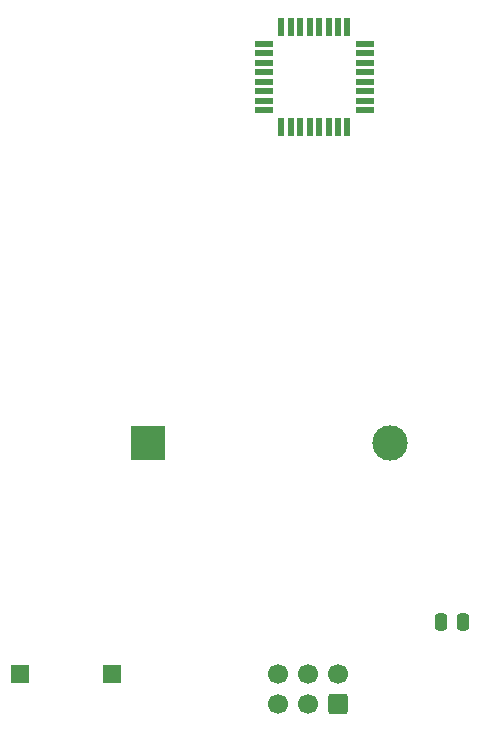
<source format=gbr>
%TF.GenerationSoftware,KiCad,Pcbnew,(6.0.9)*%
%TF.CreationDate,2023-01-09T21:04:10+01:00*%
%TF.ProjectId,christmas_tree,63687269-7374-46d6-9173-5f747265652e,rev?*%
%TF.SameCoordinates,Original*%
%TF.FileFunction,Soldermask,Bot*%
%TF.FilePolarity,Negative*%
%FSLAX46Y46*%
G04 Gerber Fmt 4.6, Leading zero omitted, Abs format (unit mm)*
G04 Created by KiCad (PCBNEW (6.0.9)) date 2023-01-09 21:04:10*
%MOMM*%
%LPD*%
G01*
G04 APERTURE LIST*
G04 Aperture macros list*
%AMRoundRect*
0 Rectangle with rounded corners*
0 $1 Rounding radius*
0 $2 $3 $4 $5 $6 $7 $8 $9 X,Y pos of 4 corners*
0 Add a 4 corners polygon primitive as box body*
4,1,4,$2,$3,$4,$5,$6,$7,$8,$9,$2,$3,0*
0 Add four circle primitives for the rounded corners*
1,1,$1+$1,$2,$3*
1,1,$1+$1,$4,$5*
1,1,$1+$1,$6,$7*
1,1,$1+$1,$8,$9*
0 Add four rect primitives between the rounded corners*
20,1,$1+$1,$2,$3,$4,$5,0*
20,1,$1+$1,$4,$5,$6,$7,0*
20,1,$1+$1,$6,$7,$8,$9,0*
20,1,$1+$1,$8,$9,$2,$3,0*%
G04 Aperture macros list end*
%ADD10R,1.500000X1.500000*%
%ADD11RoundRect,0.250000X0.600000X-0.600000X0.600000X0.600000X-0.600000X0.600000X-0.600000X-0.600000X0*%
%ADD12C,1.700000*%
%ADD13R,0.550000X1.600000*%
%ADD14R,1.600000X0.550000*%
%ADD15RoundRect,0.250000X0.250000X0.475000X-0.250000X0.475000X-0.250000X-0.475000X0.250000X-0.475000X0*%
%ADD16R,3.000000X3.000000*%
%ADD17C,3.000000*%
G04 APERTURE END LIST*
D10*
%TO.C,SW1*%
X145400000Y-138500000D03*
X137600000Y-138500000D03*
%TD*%
D11*
%TO.C,J2*%
X164500000Y-141040000D03*
D12*
X164500000Y-138500000D03*
X161960000Y-141040000D03*
X161960000Y-138500000D03*
X159420000Y-141040000D03*
X159420000Y-138500000D03*
%TD*%
D13*
%TO.C,U1*%
X165300000Y-92250000D03*
X164500000Y-92250000D03*
X163700000Y-92250000D03*
X162900000Y-92250000D03*
X162100000Y-92250000D03*
X161300000Y-92250000D03*
X160500000Y-92250000D03*
X159700000Y-92250000D03*
D14*
X158250000Y-90800000D03*
X158250000Y-90000000D03*
X158250000Y-89200000D03*
X158250000Y-88400000D03*
X158250000Y-87600000D03*
X158250000Y-86800000D03*
X158250000Y-86000000D03*
X158250000Y-85200000D03*
D13*
X159700000Y-83750000D03*
X160500000Y-83750000D03*
X161300000Y-83750000D03*
X162100000Y-83750000D03*
X162900000Y-83750000D03*
X163700000Y-83750000D03*
X164500000Y-83750000D03*
X165300000Y-83750000D03*
D14*
X166750000Y-85200000D03*
X166750000Y-86000000D03*
X166750000Y-86800000D03*
X166750000Y-87600000D03*
X166750000Y-88400000D03*
X166750000Y-89200000D03*
X166750000Y-90000000D03*
X166750000Y-90800000D03*
%TD*%
D15*
%TO.C,C1*%
X175100000Y-134100000D03*
X173200000Y-134100000D03*
%TD*%
D16*
%TO.C,BT1*%
X148425000Y-119000000D03*
D17*
X168915000Y-119000000D03*
%TD*%
M02*

</source>
